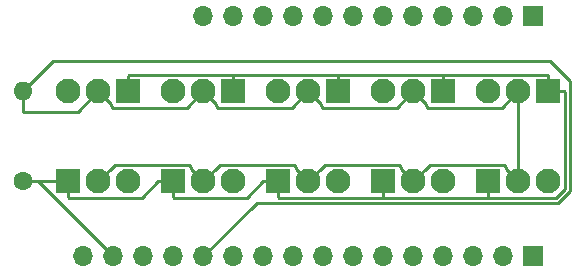
<source format=gbr>
G04 #@! TF.GenerationSoftware,KiCad,Pcbnew,5.1.5-52549c5~84~ubuntu18.04.1*
G04 #@! TF.CreationDate,2020-02-04T21:08:12-05:00*
G04 #@! TF.ProjectId,FeatherWing_KC5,46656174-6865-4725-9769-6e675f4b4335,rev?*
G04 #@! TF.SameCoordinates,Original*
G04 #@! TF.FileFunction,Copper,L1,Top*
G04 #@! TF.FilePolarity,Positive*
%FSLAX46Y46*%
G04 Gerber Fmt 4.6, Leading zero omitted, Abs format (unit mm)*
G04 Created by KiCad (PCBNEW 5.1.5-52549c5~84~ubuntu18.04.1) date 2020-02-04 21:08:12*
%MOMM*%
%LPD*%
G04 APERTURE LIST*
%ADD10O,1.600000X1.600000*%
%ADD11C,1.600000*%
%ADD12C,2.100000*%
%ADD13R,2.100000X2.100000*%
%ADD14O,1.700000X1.700000*%
%ADD15R,1.700000X1.700000*%
%ADD16C,0.250000*%
G04 APERTURE END LIST*
D10*
X26670000Y-33020000D03*
D11*
X26670000Y-40640000D03*
D12*
X30480000Y-33020000D03*
X33020000Y-33020000D03*
D13*
X35560000Y-33020000D03*
D12*
X39370000Y-33020000D03*
X41910000Y-33020000D03*
D13*
X44450000Y-33020000D03*
D12*
X48260000Y-33020000D03*
X50800000Y-33020000D03*
D13*
X53340000Y-33020000D03*
D12*
X66040000Y-33020000D03*
X68580000Y-33020000D03*
D13*
X71120000Y-33020000D03*
D12*
X57150000Y-33020000D03*
X59690000Y-33020000D03*
D13*
X62230000Y-33020000D03*
D12*
X71120000Y-40640000D03*
X68580000Y-40640000D03*
D13*
X66040000Y-40640000D03*
D12*
X62230000Y-40640000D03*
X59690000Y-40640000D03*
D13*
X57150000Y-40640000D03*
D12*
X53340000Y-40640000D03*
X50800000Y-40640000D03*
D13*
X48260000Y-40640000D03*
D12*
X44450000Y-40640000D03*
X41910000Y-40640000D03*
D13*
X39370000Y-40640000D03*
D12*
X35560000Y-40640000D03*
X33020000Y-40640000D03*
D13*
X30480000Y-40640000D03*
D14*
X31750000Y-46990000D03*
X34290000Y-46990000D03*
X36830000Y-46990000D03*
X39370000Y-46990000D03*
X41910000Y-46990000D03*
X44450000Y-46990000D03*
X46990000Y-46990000D03*
X49530000Y-46990000D03*
X52070000Y-46990000D03*
X54610000Y-46990000D03*
X57150000Y-46990000D03*
X59690000Y-46990000D03*
X62230000Y-46990000D03*
X64770000Y-46990000D03*
X67310000Y-46990000D03*
D15*
X69850000Y-46990000D03*
D14*
X41910000Y-26670000D03*
X44450000Y-26670000D03*
X46990000Y-26670000D03*
X49530000Y-26670000D03*
X52070000Y-26670000D03*
X54610000Y-26670000D03*
X57150000Y-26670000D03*
X59690000Y-26670000D03*
X62230000Y-26670000D03*
X64770000Y-26670000D03*
X67310000Y-26670000D03*
D15*
X69850000Y-26670000D03*
D16*
X31297500Y-34742500D02*
X26670000Y-34742500D01*
X33020000Y-33020000D02*
X31297500Y-34742500D01*
X34069999Y-34215001D02*
X34069999Y-34069999D01*
X34249999Y-34395001D02*
X34069999Y-34215001D01*
X34069999Y-34069999D02*
X33020000Y-33020000D01*
X40534999Y-34395001D02*
X34249999Y-34395001D01*
X41910000Y-33020000D02*
X40534999Y-34395001D01*
X42959999Y-34215001D02*
X42959999Y-34069999D01*
X43139999Y-34395001D02*
X42959999Y-34215001D01*
X49424999Y-34395001D02*
X43139999Y-34395001D01*
X42959999Y-34069999D02*
X41910000Y-33020000D01*
X50800000Y-33020000D02*
X49424999Y-34395001D01*
X51849999Y-34215001D02*
X51849999Y-34069999D01*
X52029999Y-34395001D02*
X51849999Y-34215001D01*
X51849999Y-34069999D02*
X50800000Y-33020000D01*
X58314999Y-34395001D02*
X52029999Y-34395001D01*
X59690000Y-33020000D02*
X58314999Y-34395001D01*
X60739999Y-34215001D02*
X60739999Y-34069999D01*
X60739999Y-34069999D02*
X59690000Y-33020000D01*
X60919999Y-34395001D02*
X60739999Y-34215001D01*
X67204999Y-34395001D02*
X60919999Y-34395001D01*
X68580000Y-33020000D02*
X67204999Y-34395001D01*
X68580000Y-33020000D02*
X68580000Y-40640000D01*
X60739999Y-39590001D02*
X59690000Y-40640000D01*
X61065001Y-39264999D02*
X60739999Y-39590001D01*
X67350001Y-39264999D02*
X61065001Y-39264999D01*
X67530001Y-39444999D02*
X67350001Y-39264999D01*
X67530001Y-39590001D02*
X67530001Y-39444999D01*
X68580000Y-40640000D02*
X67530001Y-39590001D01*
X52175001Y-39264999D02*
X51849999Y-39590001D01*
X51849999Y-39590001D02*
X50800000Y-40640000D01*
X58460001Y-39264999D02*
X52175001Y-39264999D01*
X58640001Y-39444999D02*
X58460001Y-39264999D01*
X58640001Y-39590001D02*
X58640001Y-39444999D01*
X59690000Y-40640000D02*
X58640001Y-39590001D01*
X42959999Y-39590001D02*
X41910000Y-40640000D01*
X43285001Y-39264999D02*
X42959999Y-39590001D01*
X49570001Y-39264999D02*
X43285001Y-39264999D01*
X49750001Y-39444999D02*
X49570001Y-39264999D01*
X49750001Y-39590001D02*
X49750001Y-39444999D01*
X50800000Y-40640000D02*
X49750001Y-39590001D01*
X34069999Y-39590001D02*
X33020000Y-40640000D01*
X40680001Y-39264999D02*
X34395001Y-39264999D01*
X34395001Y-39264999D02*
X34069999Y-39590001D01*
X40860001Y-39444999D02*
X40680001Y-39264999D01*
X40860001Y-39590001D02*
X40860001Y-39444999D01*
X41910000Y-40640000D02*
X40860001Y-39590001D01*
X72945011Y-32160009D02*
X71265002Y-30480000D01*
X72945011Y-41486401D02*
X72945011Y-32160009D01*
X71966402Y-42465010D02*
X72945011Y-41486401D01*
X46434990Y-42465010D02*
X71966402Y-42465010D01*
X41910000Y-46990000D02*
X46434990Y-42465010D01*
X26670000Y-34742500D02*
X26670000Y-33020000D01*
X26670000Y-33020000D02*
X29210000Y-30480000D01*
X29210000Y-30480000D02*
X30480000Y-30480000D01*
X71265002Y-30480000D02*
X30480000Y-30480000D01*
X30480000Y-30480000D02*
X30932500Y-30480000D01*
X30480000Y-40640000D02*
X28392500Y-40640000D01*
X30555001Y-42015001D02*
X30480000Y-41940000D01*
X36694999Y-42015001D02*
X30555001Y-42015001D01*
X30480000Y-41940000D02*
X30480000Y-40640000D01*
X39370000Y-40640000D02*
X38070000Y-40640000D01*
X39370000Y-41940000D02*
X39370000Y-40640000D01*
X45584999Y-42015001D02*
X39445001Y-42015001D01*
X46960000Y-40640000D02*
X45584999Y-42015001D01*
X39445001Y-42015001D02*
X39370000Y-41940000D01*
X48260000Y-40640000D02*
X46960000Y-40640000D01*
X48260000Y-41940000D02*
X48260000Y-40640000D01*
X48335001Y-42015001D02*
X48260000Y-41940000D01*
X57074999Y-42015001D02*
X48335001Y-42015001D01*
X57150000Y-41940000D02*
X57074999Y-42015001D01*
X57150000Y-41940000D02*
X57150000Y-40640000D01*
X66040000Y-41940000D02*
X65964999Y-42015001D01*
X57225001Y-42015001D02*
X57150000Y-41940000D01*
X65964999Y-42015001D02*
X57225001Y-42015001D01*
X66040000Y-41940000D02*
X66040000Y-40640000D01*
X66115001Y-42015001D02*
X66040000Y-41940000D01*
X71780001Y-42015001D02*
X66115001Y-42015001D01*
X72495001Y-41300001D02*
X71780001Y-42015001D01*
X72495001Y-33095001D02*
X72495001Y-41300001D01*
X72420000Y-33020000D02*
X72495001Y-33095001D01*
X71120000Y-33020000D02*
X72420000Y-33020000D01*
X71120000Y-31720000D02*
X71120000Y-33020000D01*
X71044999Y-31644999D02*
X71120000Y-31720000D01*
X62305001Y-31644999D02*
X71044999Y-31644999D01*
X62230000Y-31720000D02*
X62305001Y-31644999D01*
X62230000Y-33020000D02*
X62230000Y-31720000D01*
X62154999Y-31644999D02*
X53415001Y-31644999D01*
X53415001Y-31644999D02*
X53340000Y-31720000D01*
X62230000Y-31720000D02*
X62154999Y-31644999D01*
X53340000Y-31720000D02*
X53340000Y-33020000D01*
X53264999Y-31644999D02*
X53340000Y-31720000D01*
X44525001Y-31644999D02*
X53264999Y-31644999D01*
X44450000Y-31720000D02*
X44525001Y-31644999D01*
X44450000Y-33020000D02*
X44450000Y-31720000D01*
X35635001Y-31644999D02*
X35560000Y-31720000D01*
X35560000Y-31720000D02*
X35560000Y-33020000D01*
X44374999Y-31644999D02*
X35635001Y-31644999D01*
X44450000Y-31720000D02*
X44374999Y-31644999D01*
X38070000Y-40640000D02*
X36694999Y-42015001D01*
X26670000Y-40640000D02*
X28392500Y-40640000D01*
X27940000Y-40640000D02*
X26670000Y-40640000D01*
X34290000Y-46990000D02*
X27940000Y-40640000D01*
M02*

</source>
